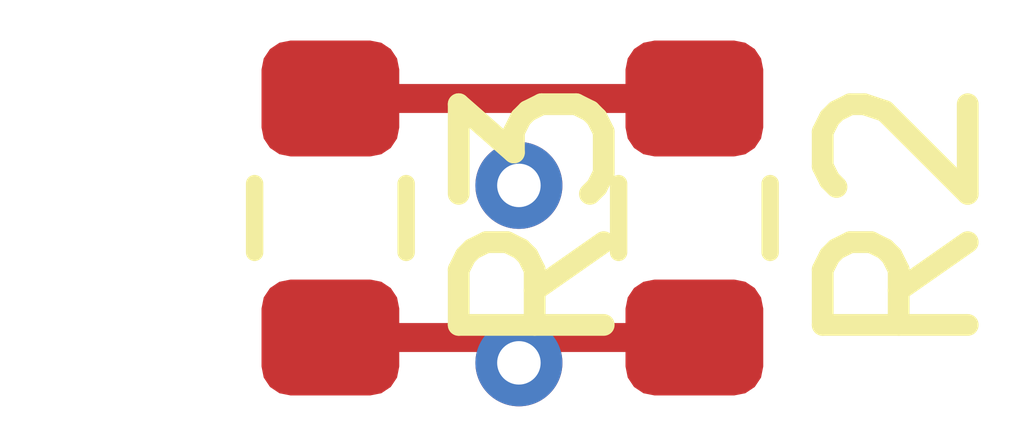
<source format=kicad_pcb>
(kicad_pcb (version 20240108) (generator "pcbnew") (generator_version "8.0")
  (layers (0 "F.Cu" signal) (31 "B.Cu" signal) (34 "B.Paste" user) (35 "F.Paste" user) (36 "B.SilkS" user "B.Silkscreen") (37 "F.SilkS" user "F.Silkscreen") (38 "B.Mask" user) (39 "F.Mask" user) (44 "Edge.Cuts" user))
  (net 0 "")
  (net 1 "GND")
  (net 2 "Net-(R2-Pad1)")
  (footprint "Resistor_SMD:R_0603_1608Metric" (layer "F.Cu") (at 129 102.2 -90)
    (property "Reference" "R3" (at 0 -1.43 90) (layer "F.SilkS"))
    (property "Value" "R")
    (fp_line (start -0.237258 0.5225) (end 0.237258 0.5225) (stroke (width 0.12)) (layer "F.SilkS"))
    (fp_line (start -0.237258 -0.5225) (end 0.237258 -0.5225) (stroke (width 0.12)) (layer "F.SilkS"))
    (pad "1" smd roundrect (at -0.825 0 270) (size 0.8 0.95) (layers "F.Cu" "F.Paste" "F.Mask") (net 2 "Net-(R2-Pad1)"))
    (pad "2" smd roundrect (at 0.825 0 270) (size 0.8 0.95) (layers "F.Cu" "F.Paste" "F.Mask") (net 1 "GND"))
  )
  (footprint "Resistor_SMD:R_0603_1608Metric" (layer "F.Cu") (at 131.51 102.2 -90)
    (property "Reference" "R2" (at 0 -1.43 90) (layer "F.SilkS"))
    (property "Value" "R")
    (fp_line (start -0.237258 0.5225) (end 0.237258 0.5225) (stroke (width 0.12)) (layer "F.SilkS"))
    (fp_line (start -0.237258 -0.5225) (end 0.237258 -0.5225) (stroke (width 0.12)) (layer "F.SilkS"))
    (pad "1" smd roundrect (at -0.825 0 270) (size 0.8 0.95) (layers "F.Cu" "F.Paste" "F.Mask") (net 2 "Net-(R2-Pad1)"))
    (pad "2" smd roundrect (at 0.825 0 270) (size 0.8 0.95) (layers "F.Cu" "F.Paste" "F.Mask") (net 1 "GND"))
  )
  (via (at 130.3 101.975) (size 0.6) (drill 0.3) (layers "F.Cu" "B.Cu") (net 0))
  (segment (start 130.3 103.2) (end 130.475 103.025) (width 0.2) (layer "F.Cu") (net 1))
  (segment (start 130.125 103.025) (end 130.3 103.2) (width 0.2) (layer "F.Cu") (net 1))
  (segment (start 129 103.025) (end 130.125 103.025) (width 0.2) (layer "F.Cu") (net 1))
  (segment (start 130.475 103.025) (end 131.51 103.025) (width 0.2) (layer "F.Cu") (net 1))
  (via (at 130.3 103.2) (size 0.6) (drill 0.3) (layers "F.Cu" "B.Cu") (net 1))
  (segment (start 129 101.375) (end 131.51 101.375) (width 0.2) (layer "F.Cu") (net 2))
)
</source>
